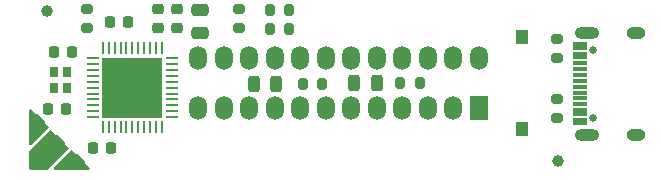
<source format=gbr>
%TF.GenerationSoftware,KiCad,Pcbnew,9.0.3*%
%TF.CreationDate,2025-08-28T21:01:50-07:00*%
%TF.ProjectId,xyp-gpib,7879702d-6770-4696-922e-6b696361645f,rev?*%
%TF.SameCoordinates,Original*%
%TF.FileFunction,Soldermask,Top*%
%TF.FilePolarity,Negative*%
%FSLAX46Y46*%
G04 Gerber Fmt 4.6, Leading zero omitted, Abs format (unit mm)*
G04 Created by KiCad (PCBNEW 9.0.3) date 2025-08-28 21:01:50*
%MOMM*%
%LPD*%
G01*
G04 APERTURE LIST*
G04 Aperture macros list*
%AMRoundRect*
0 Rectangle with rounded corners*
0 $1 Rounding radius*
0 $2 $3 $4 $5 $6 $7 $8 $9 X,Y pos of 4 corners*
0 Add a 4 corners polygon primitive as box body*
4,1,4,$2,$3,$4,$5,$6,$7,$8,$9,$2,$3,0*
0 Add four circle primitives for the rounded corners*
1,1,$1+$1,$2,$3*
1,1,$1+$1,$4,$5*
1,1,$1+$1,$6,$7*
1,1,$1+$1,$8,$9*
0 Add four rect primitives between the rounded corners*
20,1,$1+$1,$2,$3,$4,$5,0*
20,1,$1+$1,$4,$5,$6,$7,0*
20,1,$1+$1,$6,$7,$8,$9,0*
20,1,$1+$1,$8,$9,$2,$3,0*%
%AMFreePoly0*
4,1,19,0.376977,1.035496,0.413304,0.985496,0.418199,0.954594,0.418198,0.500000,0.500000,0.500000,0.500000,-0.500000,0.418198,-0.499999,0.418198,-1.081873,0.399100,-1.140652,0.349100,-1.176979,0.287296,-1.176979,0.247487,-1.152584,-1.788980,0.883883,-1.817038,0.938952,-1.807370,0.999993,-1.763668,1.043695,-1.718269,1.054594,0.318198,1.054595,0.376977,1.035496,0.376977,1.035496,
$1*%
%AMFreePoly1*
4,1,23,0.376977,1.162775,0.413304,1.112775,0.418198,1.081873,0.418198,0.499999,0.500000,0.500000,0.500000,-0.500000,0.418198,-0.500000,0.418199,-0.954594,0.399100,-1.013373,0.349100,-1.049700,0.318198,-1.054595,-2.100106,-1.054594,-2.158886,-1.035496,-2.170818,-1.025305,-3.189052,-0.007071,-3.217110,0.047997,-3.207442,0.109039,-3.189052,0.134351,-2.170818,1.152584,-2.115750,1.180642,
-2.100106,1.181873,0.318198,1.181872,0.376977,1.162775,0.376977,1.162775,$1*%
%AMFreePoly2*
4,1,19,0.363597,1.170974,0.407299,1.127272,0.418198,1.081873,0.418198,0.499999,0.500000,0.500000,0.500000,-0.500000,0.418198,-0.500000,0.418199,-0.954594,0.399100,-1.013373,0.349100,-1.049700,0.318198,-1.054595,-1.718269,-1.054594,-1.777048,-1.035496,-1.813375,-0.985496,-1.813375,-0.923692,-1.788980,-0.883883,0.247487,1.152584,0.302555,1.180642,0.363597,1.170974,0.363597,1.170974,
$1*%
G04 Aperture macros list end*
%ADD10RoundRect,0.250000X0.475000X-0.250000X0.475000X0.250000X-0.475000X0.250000X-0.475000X-0.250000X0*%
%ADD11RoundRect,0.225000X0.250000X-0.225000X0.250000X0.225000X-0.250000X0.225000X-0.250000X-0.225000X0*%
%ADD12RoundRect,0.225000X0.225000X0.250000X-0.225000X0.250000X-0.225000X-0.250000X0.225000X-0.250000X0*%
%ADD13RoundRect,0.243750X0.243750X0.456250X-0.243750X0.456250X-0.243750X-0.456250X0.243750X-0.456250X0*%
%ADD14RoundRect,0.200000X-0.275000X0.200000X-0.275000X-0.200000X0.275000X-0.200000X0.275000X0.200000X0*%
%ADD15RoundRect,0.200000X-0.200000X-0.275000X0.200000X-0.275000X0.200000X0.275000X-0.200000X0.275000X0*%
%ADD16RoundRect,0.200000X0.275000X-0.200000X0.275000X0.200000X-0.275000X0.200000X-0.275000X-0.200000X0*%
%ADD17RoundRect,0.062500X-0.062500X0.475000X-0.062500X-0.475000X0.062500X-0.475000X0.062500X0.475000X0*%
%ADD18RoundRect,0.062500X-0.475000X0.062500X-0.475000X-0.062500X0.475000X-0.062500X0.475000X0.062500X0*%
%ADD19R,5.200000X5.200000*%
%ADD20FreePoly0,45.000000*%
%ADD21FreePoly1,45.000000*%
%ADD22FreePoly2,45.000000*%
%ADD23RoundRect,0.225000X-0.225000X-0.250000X0.225000X-0.250000X0.225000X0.250000X-0.225000X0.250000X0*%
%ADD24R,0.800000X0.900000*%
%ADD25C,1.000000*%
%ADD26C,0.650000*%
%ADD27R,1.150000X0.300000*%
%ADD28O,2.100000X1.000000*%
%ADD29O,1.600000X1.000000*%
%ADD30R,1.000000X1.250000*%
%ADD31R,1.500000X2.000000*%
%ADD32O,1.500000X2.000000*%
G04 APERTURE END LIST*
D10*
%TO.C,C1*%
X194564000Y-78293000D03*
X194564000Y-76393000D03*
%TD*%
D11*
%TO.C,C2*%
X191008000Y-77864000D03*
X191008000Y-76314000D03*
%TD*%
D12*
%TO.C,C7*%
X188481000Y-77343000D03*
X186931000Y-77343000D03*
%TD*%
D13*
%TO.C,D1*%
X200987900Y-82600800D03*
X199112900Y-82600800D03*
%TD*%
D14*
%TO.C,R1*%
X185039000Y-76264000D03*
X185039000Y-77914000D03*
%TD*%
D15*
%TO.C,R2*%
X200470000Y-77978000D03*
X202120000Y-77978000D03*
%TD*%
%TO.C,R3*%
X200470000Y-76327000D03*
X202120000Y-76327000D03*
%TD*%
%TO.C,R4*%
X203289400Y-82600800D03*
X204939400Y-82600800D03*
%TD*%
D16*
%TO.C,R5*%
X197866000Y-77914000D03*
X197866000Y-76264000D03*
%TD*%
D17*
%TO.C,U1*%
X191349000Y-79593500D03*
X190849000Y-79593500D03*
X190349000Y-79593500D03*
X189849000Y-79593500D03*
X189349000Y-79593500D03*
X188849000Y-79593500D03*
X188349000Y-79593500D03*
X187849000Y-79593500D03*
X187349000Y-79593500D03*
X186849000Y-79593500D03*
X186349000Y-79593500D03*
D18*
X185511500Y-80431000D03*
X185511500Y-80931000D03*
X185511500Y-81431000D03*
X185511500Y-81931000D03*
X185511500Y-82431000D03*
X185511500Y-82931000D03*
X185511500Y-83431000D03*
X185511500Y-83931000D03*
X185511500Y-84431000D03*
X185511500Y-84931000D03*
X185511500Y-85431000D03*
D17*
X186349000Y-86268500D03*
X186849000Y-86268500D03*
X187349000Y-86268500D03*
X187849000Y-86268500D03*
X188349000Y-86268500D03*
X188849000Y-86268500D03*
X189349000Y-86268500D03*
X189849000Y-86268500D03*
X190349000Y-86268500D03*
X190849000Y-86268500D03*
X191349000Y-86268500D03*
D18*
X192186500Y-85431000D03*
X192186500Y-84931000D03*
X192186500Y-84431000D03*
X192186500Y-83931000D03*
X192186500Y-83431000D03*
X192186500Y-82931000D03*
X192186500Y-82431000D03*
X192186500Y-81931000D03*
X192186500Y-81431000D03*
X192186500Y-80931000D03*
X192186500Y-80431000D03*
D19*
X188849000Y-82931000D03*
%TD*%
D20*
%TO.C,ISP1*%
X184121200Y-89210800D03*
D21*
X182501200Y-87590800D03*
D22*
X180791200Y-85880800D03*
%TD*%
D23*
%TO.C,C5*%
X182232000Y-79883000D03*
X183782000Y-79883000D03*
%TD*%
D12*
%TO.C,C6*%
X183274000Y-84709000D03*
X181724000Y-84709000D03*
%TD*%
D24*
%TO.C,Y1*%
X182203000Y-81596000D03*
X182203000Y-82996000D03*
X183303000Y-82996000D03*
X183303000Y-81596000D03*
%TD*%
D11*
%TO.C,C3*%
X192659000Y-77864000D03*
X192659000Y-76314000D03*
%TD*%
D12*
%TO.C,C4*%
X187084000Y-88011000D03*
X185534000Y-88011000D03*
%TD*%
D25*
%TO.C,FID1*%
X224891600Y-89154000D03*
%TD*%
%TO.C,FID2*%
X181610000Y-76403200D03*
%TD*%
D26*
%TO.C,J1*%
X227836200Y-85486800D03*
X227836200Y-79706800D03*
D27*
X226771200Y-85946800D03*
X226771200Y-85146800D03*
X226771200Y-83846800D03*
X226771200Y-82846800D03*
X226771200Y-82346800D03*
X226771200Y-81346800D03*
X226771200Y-80046800D03*
X226771200Y-79246800D03*
X226771200Y-79546800D03*
X226771200Y-80346800D03*
X226771200Y-80846800D03*
X226771200Y-81846800D03*
X226771200Y-83346800D03*
X226771200Y-84346800D03*
X226771200Y-84846800D03*
X226771200Y-85646800D03*
D28*
X227336200Y-86916800D03*
D29*
X231516200Y-86916800D03*
D28*
X227336200Y-78276800D03*
D29*
X231516200Y-78276800D03*
%TD*%
D15*
%TO.C,R6*%
X211519000Y-82550000D03*
X213169000Y-82550000D03*
%TD*%
D13*
%TO.C,D2*%
X209522300Y-82550000D03*
X207647300Y-82550000D03*
%TD*%
D30*
%TO.C,SW1*%
X221869000Y-78675000D03*
X221869000Y-86425000D03*
%TD*%
D14*
%TO.C,R7*%
X224840800Y-83858600D03*
X224840800Y-85508600D03*
%TD*%
%TO.C,R8*%
X224840800Y-78778600D03*
X224840800Y-80428600D03*
%TD*%
D31*
%TO.C,GPIB1*%
X218194000Y-84695000D03*
D32*
X218194000Y-80405000D03*
X216034000Y-84695000D03*
X216034000Y-80405000D03*
X213874000Y-84695000D03*
X213874000Y-80405000D03*
X211714000Y-84695000D03*
X211714000Y-80405000D03*
X209554000Y-84695000D03*
X209554000Y-80405000D03*
X207394000Y-84695000D03*
X207394000Y-80405000D03*
X205234000Y-84695000D03*
X205234000Y-80405000D03*
X203074000Y-84695000D03*
X203074000Y-80405000D03*
X200914000Y-84695000D03*
X200914000Y-80405000D03*
X198754000Y-84695000D03*
X198754000Y-80405000D03*
X196594000Y-84695000D03*
X196594000Y-80405000D03*
X194434000Y-84695000D03*
X194434000Y-80405000D03*
%TD*%
M02*

</source>
